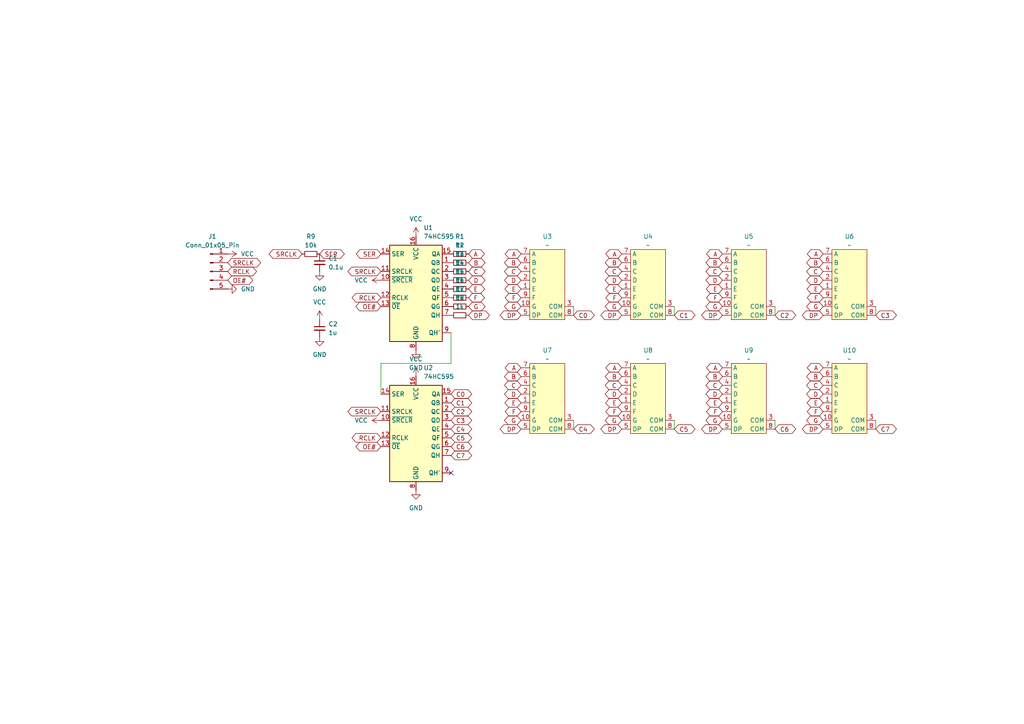
<source format=kicad_sch>
(kicad_sch (version 20231120) (generator "eeschema") (generator_version "8.0")
  (paper "A4")
  (lib_symbols
    (symbol "74xx:74HC595"
      (property "Reference" "U" (at -7.62 13.97 0))
      (property "Value" "74HC595" (at -7.62 -16.51 0))
      (symbol "74HC595_1_0"
        (pin tri_state line (at 10.16 7.62 180) (length 2.54) (name "QB") (number "1"))
        (pin input line (at -10.16 2.54 0) (length 2.54) (name "~{SRCLR}") (number "10"))
        (pin input line (at -10.16 5.08 0) (length 2.54) (name "SRCLK") (number "11"))
        (pin input line (at -10.16 -2.54 0) (length 2.54) (name "RCLK") (number "12"))
        (pin input line (at -10.16 -5.08 0) (length 2.54) (name "~{OE}") (number "13"))
        (pin input line (at -10.16 10.16 0) (length 2.54) (name "SER") (number "14"))
        (pin tri_state line (at 10.16 10.16 180) (length 2.54) (name "QA") (number "15"))
        (pin power_in line (at 0 15.24 270) (length 2.54) (name "VCC") (number "16"))
        (pin tri_state line (at 10.16 5.08 180) (length 2.54) (name "QC") (number "2"))
        (pin tri_state line (at 10.16 2.54 180) (length 2.54) (name "QD") (number "3"))
        (pin tri_state line (at 10.16 0 180) (length 2.54) (name "QE") (number "4"))
        (pin tri_state line (at 10.16 -2.54 180) (length 2.54) (name "QF") (number "5"))
        (pin tri_state line (at 10.16 -5.08 180) (length 2.54) (name "QG") (number "6"))
        (pin tri_state line (at 10.16 -7.62 180) (length 2.54) (name "QH") (number "7"))
        (pin power_in line (at 0 -17.78 90) (length 2.54) (name "GND") (number "8"))
        (pin output line (at 10.16 -12.7 180) (length 2.54) (name "QH'") (number "9"))
      )
      (symbol "74HC595_1_1"
        (rectangle (start -7.62 12.7) (end 7.62 -15.24) (stroke (width 0.254)) (fill (type background)))
      )
    )
    (symbol "Connector:Conn_01x05_Pin" (pin_names (offset 1.016) hide)
      (property "Reference" "J" (at 0 7.62 0))
      (property "Value" "Conn_01x05_Pin" (at 0 -7.62 0))
      (symbol "Conn_01x05_Pin_1_1"
        (polyline (pts (xy 1.27 -5.08) (xy 0.8636 -5.08)) (stroke (width 0.1524)))
        (polyline (pts (xy 1.27 -2.54) (xy 0.8636 -2.54)) (stroke (width 0.1524)))
        (polyline (pts (xy 1.27 0) (xy 0.8636 0)) (stroke (width 0.1524)))
        (polyline (pts (xy 1.27 2.54) (xy 0.8636 2.54)) (stroke (width 0.1524)))
        (polyline (pts (xy 1.27 5.08) (xy 0.8636 5.08)) (stroke (width 0.1524)))
        (rectangle (start 0.8636 -4.953) (end 0 -5.207) (stroke (width 0.1524)) (fill (type outline)))
        (rectangle (start 0.8636 -2.413) (end 0 -2.667) (stroke (width 0.1524)) (fill (type outline)))
        (rectangle (start 0.8636 0.127) (end 0 -0.127) (stroke (width 0.1524)) (fill (type outline)))
        (rectangle (start 0.8636 2.667) (end 0 2.413) (stroke (width 0.1524)) (fill (type outline)))
        (rectangle (start 0.8636 5.207) (end 0 4.953) (stroke (width 0.1524)) (fill (type outline)))
        (pin passive line (at 5.08 5.08 180) (length 3.81) (name "Pin_1") (number "1"))
        (pin passive line (at 5.08 2.54 180) (length 3.81) (name "Pin_2") (number "2"))
        (pin passive line (at 5.08 0 180) (length 3.81) (name "Pin_3") (number "3"))
        (pin passive line (at 5.08 -2.54 180) (length 3.81) (name "Pin_4") (number "4"))
        (pin passive line (at 5.08 -5.08 180) (length 3.81) (name "Pin_5") (number "5"))
      )
    )
    (symbol "Device:C_Small" (pin_numbers hide) (pin_names (offset 0.254) hide)
      (property "Reference" "C" (at 0.254 1.778 0))
      (property "Value" "C_Small" (at 0.254 -2.032 0))
      (symbol "C_Small_0_1"
        (polyline (pts (xy -1.524 -0.508) (xy 1.524 -0.508)) (stroke (width 0.3302)))
        (polyline (pts (xy -1.524 0.508) (xy 1.524 0.508)) (stroke (width 0.3048)))
      )
      (symbol "C_Small_1_1"
        (pin passive line (at 0 2.54 270) (length 2.032) (name "~") (number "1"))
        (pin passive line (at 0 -2.54 90) (length 2.032) (name "~") (number "2"))
      )
    )
    (symbol "Device:R_Small" (pin_numbers hide) (pin_names (offset 0.254) hide)
      (property "Reference" "R" (at 0.762 0.508 0))
      (property "Value" "R_Small" (at 0.762 -1.016 0))
      (symbol "R_Small_0_1"
        (rectangle (start -0.762 1.778) (end 0.762 -1.778) (stroke (width 0.2032)))
      )
      (symbol "R_Small_1_1"
        (pin passive line (at 0 2.54 270) (length 0.762) (name "~") (number "1"))
        (pin passive line (at 0 -2.54 90) (length 0.762) (name "~") (number "2"))
      )
    )
    (symbol "Library:LA-501DD"
      (property "Reference" "U" (at 0 0 0))
      (symbol "LA-501DD_1_1"
        (rectangle (start -5.08 10.16) (end 5.08 -10.16) (fill (type background)))
        (pin power_in line (at -7.62 -1.27 0) (length 2.54) (name "E") (number "1"))
        (pin power_in line (at -7.62 -6.35 0) (length 2.54) (name "G") (number "10"))
        (pin power_in line (at -7.62 1.27 0) (length 2.54) (name "D") (number "2"))
        (pin power_in line (at 7.62 -6.35 180) (length 2.54) (name "COM") (number "3"))
        (pin power_in line (at -7.62 3.81 0) (length 2.54) (name "C") (number "4"))
        (pin power_in line (at -7.62 -8.89 0) (length 2.54) (name "DP") (number "5"))
        (pin power_in line (at -7.62 6.35 0) (length 2.54) (name "B") (number "6"))
        (pin power_in line (at -7.62 8.89 0) (length 2.54) (name "A") (number "7"))
        (pin power_in line (at 7.62 -8.89 180) (length 2.54) (name "COM") (number "8"))
        (pin power_in line (at -7.62 -3.81 0) (length 2.54) (name "F") (number "9"))
      )
    )
    (symbol "power:GND" (power) (pin_numbers hide) (pin_names (offset 0) hide)
      (property "Value" "GND" (at 0 -3.81 0))
      (symbol "GND_0_1"
        (polyline (pts (xy 0 0) (xy 0 -1.27) (xy 1.27 -1.27) (xy 0 -2.54) (xy -1.27 -1.27) (xy 0 -1.27)))
      )
      (symbol "GND_1_1"
        (pin power_in line (at 0 0 270) (length 0) (name "~") (number "1"))
      )
    )
    (symbol "power:VCC" (power) (pin_numbers hide) (pin_names (offset 0) hide)
      (property "Value" "VCC" (at 0 3.556 0))
      (symbol "VCC_0_1"
        (polyline (pts (xy -0.762 1.27) (xy 0 2.54)))
        (polyline (pts (xy 0 0) (xy 0 2.54)))
        (polyline (pts (xy 0 2.54) (xy 0.762 1.27)))
      )
      (symbol "VCC_1_1"
        (pin power_in line (at 0 0 90) (length 0) (name "~") (number "1"))
      )
    )
  )
  (no_connect (at 130.81 137.16))
  (wire (pts (xy 195.58 124.46) (xy 195.58 121.92)))
  (wire (pts (xy 254 91.44) (xy 254 88.9)))
  (wire (pts (xy 195.58 91.44) (xy 195.58 88.9)))
  (wire (pts (xy 254 124.46) (xy 254 121.92)))
  (wire (pts (xy 166.37 124.46) (xy 166.37 121.92)))
  (wire (pts (xy 130.81 105.41) (xy 110.49 105.41)))
  (wire (pts (xy 110.49 105.41) (xy 110.49 114.3)))
  (wire (pts (xy 130.81 96.52) (xy 130.81 105.41)))
  (wire (pts (xy 166.37 91.44) (xy 166.37 88.9)))
  (wire (pts (xy 224.79 91.44) (xy 224.79 88.9)))
  (wire (pts (xy 224.79 124.46) (xy 224.79 121.92)))
  (global_label "C" (shape bidirectional) (at 238.76 78.74 180) (property "Intersheetrefs" "${INTERSHEET_REFS}" (effects (hide yes))))
  (global_label "E" (shape bidirectional) (at 135.89 83.82 0) (property "Intersheetrefs" "${INTERSHEET_REFS}" (effects (hide yes))))
  (global_label "C3" (shape bidirectional) (at 254 91.44 0) (property "Intersheetrefs" "${INTERSHEET_REFS}" (effects (hide yes))))
  (global_label "G" (shape bidirectional) (at 151.13 121.92 180) (property "Intersheetrefs" "${INTERSHEET_REFS}" (effects (hide yes))))
  (global_label "G" (shape bidirectional) (at 180.34 121.92 180) (property "Intersheetrefs" "${INTERSHEET_REFS}" (effects (hide yes))))
  (global_label "C" (shape bidirectional) (at 135.89 78.74 0) (property "Intersheetrefs" "${INTERSHEET_REFS}" (effects (hide yes))))
  (global_label "OE#" (shape bidirectional) (at 110.49 129.54 180) (property "Intersheetrefs" "${INTERSHEET_REFS}" (effects (hide yes))))
  (global_label "DP" (shape bidirectional) (at 135.89 91.44 0) (property "Intersheetrefs" "${INTERSHEET_REFS}" (effects (hide yes))))
  (global_label "DP" (shape bidirectional) (at 151.13 91.44 180) (property "Intersheetrefs" "${INTERSHEET_REFS}" (effects (hide yes))))
  (global_label "C2" (shape bidirectional) (at 130.81 119.38 0) (property "Intersheetrefs" "${INTERSHEET_REFS}" (effects (hide yes))))
  (global_label "G" (shape bidirectional) (at 180.34 88.9 180) (property "Intersheetrefs" "${INTERSHEET_REFS}" (effects (hide yes))))
  (global_label "C1" (shape bidirectional) (at 130.81 116.84 0) (property "Intersheetrefs" "${INTERSHEET_REFS}" (effects (hide yes))))
  (global_label "E" (shape bidirectional) (at 209.55 83.82 180) (property "Intersheetrefs" "${INTERSHEET_REFS}" (effects (hide yes))))
  (global_label "C6" (shape bidirectional) (at 130.81 129.54 0) (property "Intersheetrefs" "${INTERSHEET_REFS}" (effects (hide yes))))
  (global_label "E" (shape bidirectional) (at 151.13 116.84 180) (property "Intersheetrefs" "${INTERSHEET_REFS}" (effects (hide yes))))
  (global_label "C1" (shape bidirectional) (at 195.58 91.44 0) (property "Intersheetrefs" "${INTERSHEET_REFS}" (effects (hide yes))))
  (global_label "DP" (shape bidirectional) (at 238.76 124.46 180) (property "Intersheetrefs" "${INTERSHEET_REFS}" (effects (hide yes))))
  (global_label "SER" (shape bidirectional) (at 110.49 73.66 180) (property "Intersheetrefs" "${INTERSHEET_REFS}" (effects (hide yes))))
  (global_label "SER" (shape bidirectional) (at 92.71 73.66 0) (property "Intersheetrefs" "${INTERSHEET_REFS}" (effects (hide yes))))
  (global_label "RCLK" (shape bidirectional) (at 110.49 127 180) (property "Intersheetrefs" "${INTERSHEET_REFS}" (effects (hide yes))))
  (global_label "C2" (shape bidirectional) (at 224.79 91.44 0) (property "Intersheetrefs" "${INTERSHEET_REFS}" (effects (hide yes))))
  (global_label "B" (shape bidirectional) (at 209.55 109.22 180) (property "Intersheetrefs" "${INTERSHEET_REFS}" (effects (hide yes))))
  (global_label "B" (shape bidirectional) (at 238.76 109.22 180) (property "Intersheetrefs" "${INTERSHEET_REFS}" (effects (hide yes))))
  (global_label "D" (shape bidirectional) (at 151.13 81.28 180) (property "Intersheetrefs" "${INTERSHEET_REFS}" (effects (hide yes))))
  (global_label "C" (shape bidirectional) (at 180.34 111.76 180) (property "Intersheetrefs" "${INTERSHEET_REFS}" (effects (hide yes))))
  (global_label "C5" (shape bidirectional) (at 195.58 124.46 0) (property "Intersheetrefs" "${INTERSHEET_REFS}" (effects (hide yes))))
  (global_label "G" (shape bidirectional) (at 135.89 88.9 0) (property "Intersheetrefs" "${INTERSHEET_REFS}" (effects (hide yes))))
  (global_label "B" (shape bidirectional) (at 209.55 76.2 180) (property "Intersheetrefs" "${INTERSHEET_REFS}" (effects (hide yes))))
  (global_label "G" (shape bidirectional) (at 238.76 88.9 180) (property "Intersheetrefs" "${INTERSHEET_REFS}" (effects (hide yes))))
  (global_label "F" (shape bidirectional) (at 180.34 86.36 180) (property "Intersheetrefs" "${INTERSHEET_REFS}" (effects (hide yes))))
  (global_label "D" (shape bidirectional) (at 180.34 114.3 180) (property "Intersheetrefs" "${INTERSHEET_REFS}" (effects (hide yes))))
  (global_label "D" (shape bidirectional) (at 238.76 114.3 180) (property "Intersheetrefs" "${INTERSHEET_REFS}" (effects (hide yes))))
  (global_label "C" (shape bidirectional) (at 238.76 111.76 180) (property "Intersheetrefs" "${INTERSHEET_REFS}" (effects (hide yes))))
  (global_label "SRCLK" (shape bidirectional) (at 66.04 76.2 0) (property "Intersheetrefs" "${INTERSHEET_REFS}" (effects (hide yes))))
  (global_label "C" (shape bidirectional) (at 180.34 78.74 180) (property "Intersheetrefs" "${INTERSHEET_REFS}" (effects (hide yes))))
  (global_label "A" (shape bidirectional) (at 209.55 106.68 180) (property "Intersheetrefs" "${INTERSHEET_REFS}" (effects (hide yes))))
  (global_label "B" (shape bidirectional) (at 151.13 76.2 180) (property "Intersheetrefs" "${INTERSHEET_REFS}" (effects (hide yes))))
  (global_label "E" (shape bidirectional) (at 238.76 116.84 180) (property "Intersheetrefs" "${INTERSHEET_REFS}" (effects (hide yes))))
  (global_label "OE#" (shape bidirectional) (at 66.04 81.28 0) (property "Intersheetrefs" "${INTERSHEET_REFS}" (effects (hide yes))))
  (global_label "RCLK" (shape bidirectional) (at 110.49 86.36 180) (property "Intersheetrefs" "${INTERSHEET_REFS}" (effects (hide yes))))
  (global_label "D" (shape bidirectional) (at 209.55 81.28 180) (property "Intersheetrefs" "${INTERSHEET_REFS}" (effects (hide yes))))
  (global_label "F" (shape bidirectional) (at 135.89 86.36 0) (property "Intersheetrefs" "${INTERSHEET_REFS}" (effects (hide yes))))
  (global_label "C4" (shape bidirectional) (at 130.81 124.46 0) (property "Intersheetrefs" "${INTERSHEET_REFS}" (effects (hide yes))))
  (global_label "DP" (shape bidirectional) (at 209.55 124.46 180) (property "Intersheetrefs" "${INTERSHEET_REFS}" (effects (hide yes))))
  (global_label "DP" (shape bidirectional) (at 209.55 91.44 180) (property "Intersheetrefs" "${INTERSHEET_REFS}" (effects (hide yes))))
  (global_label "F" (shape bidirectional) (at 209.55 119.38 180) (property "Intersheetrefs" "${INTERSHEET_REFS}" (effects (hide yes))))
  (global_label "A" (shape bidirectional) (at 180.34 73.66 180) (property "Intersheetrefs" "${INTERSHEET_REFS}" (effects (hide yes))))
  (global_label "RCLK" (shape bidirectional) (at 66.04 78.74 0) (property "Intersheetrefs" "${INTERSHEET_REFS}" (effects (hide yes))))
  (global_label "D" (shape bidirectional) (at 151.13 114.3 180) (property "Intersheetrefs" "${INTERSHEET_REFS}" (effects (hide yes))))
  (global_label "SRCLK" (shape bidirectional) (at 87.63 73.66 180) (property "Intersheetrefs" "${INTERSHEET_REFS}" (effects (hide yes))))
  (global_label "B" (shape bidirectional) (at 135.89 76.2 0) (property "Intersheetrefs" "${INTERSHEET_REFS}" (effects (hide yes))))
  (global_label "C" (shape bidirectional) (at 151.13 78.74 180) (property "Intersheetrefs" "${INTERSHEET_REFS}" (effects (hide yes))))
  (global_label "E" (shape bidirectional) (at 238.76 83.82 180) (property "Intersheetrefs" "${INTERSHEET_REFS}" (effects (hide yes))))
  (global_label "C5" (shape bidirectional) (at 130.81 127 0) (property "Intersheetrefs" "${INTERSHEET_REFS}" (effects (hide yes))))
  (global_label "C0" (shape bidirectional) (at 166.37 91.44 0) (property "Intersheetrefs" "${INTERSHEET_REFS}" (effects (hide yes))))
  (global_label "F" (shape bidirectional) (at 209.55 86.36 180) (property "Intersheetrefs" "${INTERSHEET_REFS}" (effects (hide yes))))
  (global_label "E" (shape bidirectional) (at 151.13 83.82 180) (property "Intersheetrefs" "${INTERSHEET_REFS}" (effects (hide yes))))
  (global_label "SRCLK" (shape bidirectional) (at 110.49 78.74 180) (property "Intersheetrefs" "${INTERSHEET_REFS}" (effects (hide yes))))
  (global_label "A" (shape bidirectional) (at 135.89 73.66 0) (property "Intersheetrefs" "${INTERSHEET_REFS}" (effects (hide yes))))
  (global_label "C7" (shape bidirectional) (at 130.81 132.08 0) (property "Intersheetrefs" "${INTERSHEET_REFS}" (effects (hide yes))))
  (global_label "A" (shape bidirectional) (at 151.13 73.66 180) (property "Intersheetrefs" "${INTERSHEET_REFS}" (effects (hide yes))))
  (global_label "C" (shape bidirectional) (at 209.55 111.76 180) (property "Intersheetrefs" "${INTERSHEET_REFS}" (effects (hide yes))))
  (global_label "D" (shape bidirectional) (at 135.89 81.28 0) (property "Intersheetrefs" "${INTERSHEET_REFS}" (effects (hide yes))))
  (global_label "F" (shape bidirectional) (at 180.34 119.38 180) (property "Intersheetrefs" "${INTERSHEET_REFS}" (effects (hide yes))))
  (global_label "A" (shape bidirectional) (at 238.76 73.66 180) (property "Intersheetrefs" "${INTERSHEET_REFS}" (effects (hide yes))))
  (global_label "D" (shape bidirectional) (at 180.34 81.28 180) (property "Intersheetrefs" "${INTERSHEET_REFS}" (effects (hide yes))))
  (global_label "C6" (shape bidirectional) (at 224.79 124.46 0) (property "Intersheetrefs" "${INTERSHEET_REFS}" (effects (hide yes))))
  (global_label "E" (shape bidirectional) (at 209.55 116.84 180) (property "Intersheetrefs" "${INTERSHEET_REFS}" (effects (hide yes))))
  (global_label "DP" (shape bidirectional) (at 180.34 91.44 180) (property "Intersheetrefs" "${INTERSHEET_REFS}" (effects (hide yes))))
  (global_label "A" (shape bidirectional) (at 180.34 106.68 180) (property "Intersheetrefs" "${INTERSHEET_REFS}" (effects (hide yes))))
  (global_label "DP" (shape bidirectional) (at 238.76 91.44 180) (property "Intersheetrefs" "${INTERSHEET_REFS}" (effects (hide yes))))
  (global_label "D" (shape bidirectional) (at 209.55 114.3 180) (property "Intersheetrefs" "${INTERSHEET_REFS}" (effects (hide yes))))
  (global_label "B" (shape bidirectional) (at 180.34 76.2 180) (property "Intersheetrefs" "${INTERSHEET_REFS}" (effects (hide yes))))
  (global_label "C4" (shape bidirectional) (at 166.37 124.46 0) (property "Intersheetrefs" "${INTERSHEET_REFS}" (effects (hide yes))))
  (global_label "E" (shape bidirectional) (at 180.34 116.84 180) (property "Intersheetrefs" "${INTERSHEET_REFS}" (effects (hide yes))))
  (global_label "OE#" (shape bidirectional) (at 110.49 88.9 180) (property "Intersheetrefs" "${INTERSHEET_REFS}" (effects (hide yes))))
  (global_label "G" (shape bidirectional) (at 209.55 121.92 180) (property "Intersheetrefs" "${INTERSHEET_REFS}" (effects (hide yes))))
  (global_label "E" (shape bidirectional) (at 180.34 83.82 180) (property "Intersheetrefs" "${INTERSHEET_REFS}" (effects (hide yes))))
  (global_label "B" (shape bidirectional) (at 151.13 109.22 180) (property "Intersheetrefs" "${INTERSHEET_REFS}" (effects (hide yes))))
  (global_label "A" (shape bidirectional) (at 209.55 73.66 180) (property "Intersheetrefs" "${INTERSHEET_REFS}" (effects (hide yes))))
  (global_label "G" (shape bidirectional) (at 238.76 121.92 180) (property "Intersheetrefs" "${INTERSHEET_REFS}" (effects (hide yes))))
  (global_label "DP" (shape bidirectional) (at 180.34 124.46 180) (property "Intersheetrefs" "${INTERSHEET_REFS}" (effects (hide yes))))
  (global_label "B" (shape bidirectional) (at 180.34 109.22 180) (property "Intersheetrefs" "${INTERSHEET_REFS}" (effects (hide yes))))
  (global_label "SRCLK" (shape bidirectional) (at 110.49 119.38 180) (property "Intersheetrefs" "${INTERSHEET_REFS}" (effects (hide yes))))
  (global_label "G" (shape bidirectional) (at 151.13 88.9 180) (property "Intersheetrefs" "${INTERSHEET_REFS}" (effects (hide yes))))
  (global_label "C3" (shape bidirectional) (at 130.81 121.92 0) (property "Intersheetrefs" "${INTERSHEET_REFS}" (effects (hide yes))))
  (global_label "B" (shape bidirectional) (at 238.76 76.2 180) (property "Intersheetrefs" "${INTERSHEET_REFS}" (effects (hide yes))))
  (global_label "C" (shape bidirectional) (at 151.13 111.76 180) (property "Intersheetrefs" "${INTERSHEET_REFS}" (effects (hide yes))))
  (global_label "C7" (shape bidirectional) (at 254 124.46 0) (property "Intersheetrefs" "${INTERSHEET_REFS}" (effects (hide yes))))
  (global_label "G" (shape bidirectional) (at 209.55 88.9 180) (property "Intersheetrefs" "${INTERSHEET_REFS}" (effects (hide yes))))
  (global_label "A" (shape bidirectional) (at 151.13 106.68 180) (property "Intersheetrefs" "${INTERSHEET_REFS}" (effects (hide yes))))
  (global_label "C0" (shape bidirectional) (at 130.81 114.3 0) (property "Intersheetrefs" "${INTERSHEET_REFS}" (effects (hide yes))))
  (global_label "C" (shape bidirectional) (at 209.55 78.74 180) (property "Intersheetrefs" "${INTERSHEET_REFS}" (effects (hide yes))))
  (global_label "F" (shape bidirectional) (at 151.13 119.38 180) (property "Intersheetrefs" "${INTERSHEET_REFS}" (effects (hide yes))))
  (global_label "D" (shape bidirectional) (at 238.76 81.28 180) (property "Intersheetrefs" "${INTERSHEET_REFS}" (effects (hide yes))))
  (global_label "F" (shape bidirectional) (at 151.13 86.36 180) (property "Intersheetrefs" "${INTERSHEET_REFS}" (effects (hide yes))))
  (global_label "F" (shape bidirectional) (at 238.76 119.38 180) (property "Intersheetrefs" "${INTERSHEET_REFS}" (effects (hide yes))))
  (global_label "DP" (shape bidirectional) (at 151.13 124.46 180) (property "Intersheetrefs" "${INTERSHEET_REFS}" (effects (hide yes))))
  (global_label "A" (shape bidirectional) (at 238.76 106.68 180) (property "Intersheetrefs" "${INTERSHEET_REFS}" (effects (hide yes))))
  (global_label "F" (shape bidirectional) (at 238.76 86.36 180) (property "Intersheetrefs" "${INTERSHEET_REFS}" (effects (hide yes))))
  (symbol (lib_id "Device:R_Small") (at 133.35 73.66 90) (unit 1)
    (property "Reference" "R1" (at 133.35 68.58 90))
    (property "Value" "1k" (at 133.35 71.12 90))
    (property "Footprint" "Resistor_SMD:R_0603_1608Metric" (effects (hide yes)))
    (property "Description" "Resistor, small symbol" (effects (hide yes)))
  )
  (symbol (lib_id "Device:R_Small") (at 133.35 88.9 90) (unit 1)
    (property "Reference" "R7" (at 133.35 83.82 90))
    (property "Value" "1k" (at 133.35 86.36 90))
    (property "Footprint" "Resistor_SMD:R_0603_1608Metric" (effects (hide yes)))
    (property "Description" "Resistor, small symbol" (effects (hide yes)))
  )
  (symbol (lib_id "Device:C_Small") (at 92.71 76.2 0) (unit 1)
    (property "Reference" "C1" (at 95.25 74.9362 0) (effects (justify left)))
    (property "Value" "0.1u" (at 95.25 77.4762 0) (effects (justify left)))
    (property "Footprint" "Capacitor_SMD:C_0603_1608Metric" (effects (hide yes)))
    (property "Description" "Unpolarized capacitor, small symbol" (effects (hide yes)))
  )
  (symbol (lib_id "Device:R_Small") (at 133.35 81.28 90) (unit 1)
    (property "Reference" "R4" (at 133.35 76.2 90))
    (property "Value" "1k" (at 133.35 78.74 90))
    (property "Footprint" "Resistor_SMD:R_0603_1608Metric" (effects (hide yes)))
    (property "Description" "Resistor, small symbol" (effects (hide yes)))
  )
  (symbol (lib_id "Device:R_Small") (at 133.35 76.2 90) (unit 1)
    (property "Reference" "R2" (at 133.35 71.12 90))
    (property "Value" "1k" (at 133.35 73.66 90))
    (property "Footprint" "Resistor_SMD:R_0603_1608Metric" (effects (hide yes)))
    (property "Description" "Resistor, small symbol" (effects (hide yes)))
  )
  (symbol (lib_id "74xx:74HC595") (at 120.65 83.82 0) (unit 1)
    (property "Reference" "U1" (at 122.8441 66.04 0) (effects (justify left)))
    (property "Value" "74HC595" (at 122.8441 68.58 0) (effects (justify left)))
    (property "Footprint" "Package_SO:SOP-16_4.55x10.3mm_P1.27mm" (effects (hide yes)))
    (property "Datasheet" "http://www.ti.com/lit/ds/symlink/sn74hc595.pdf" (effects (hide yes)))
    (property "Description" "8-bit serial in/out Shift Register 3-State Outputs" (effects (hide yes)))
  )
  (symbol (lib_id "power:VCC") (at 92.71 92.71 0) (unit 1)
    (property "Reference" "#PWR010" (effects (hide yes)))
    (property "Value" "VCC" (at 92.71 87.63 0))
    (property "Description" "Power symbol creates a global label with name \"VCC\"" (effects (hide yes)))
  )
  (symbol (lib_id "power:GND") (at 120.65 101.6 0) (unit 1)
    (property "Reference" "#PWR01" (effects (hide yes)))
    (property "Value" "GND" (at 120.65 106.68 0))
    (property "Description" "Power symbol creates a global label with name \"GND\" , ground" (effects (hide yes)))
  )
  (symbol (lib_id "Library:LA-501DD") (at 246.38 82.55 0) (unit 1)
    (property "Reference" "U6" (at 246.38 68.58 0))
    (property "Value" "~" (at 246.38 71.12 0))
    (property "Footprint" "Library:LA-501DD" (effects (hide yes)))
  )
  (symbol (lib_id "Device:C_Small") (at 92.71 95.25 0) (unit 1)
    (property "Reference" "C2" (at 95.25 93.9862 0) (effects (justify left)))
    (property "Value" "1u" (at 95.25 96.5262 0) (effects (justify left)))
    (property "Footprint" "Capacitor_SMD:C_0603_1608Metric" (effects (hide yes)))
    (property "Description" "Unpolarized capacitor, small symbol" (effects (hide yes)))
  )
  (symbol (lib_id "Library:LA-501DD") (at 158.75 82.55 0) (unit 1)
    (property "Reference" "U3" (at 158.75 68.58 0))
    (property "Value" "~" (at 158.75 71.12 0))
    (property "Footprint" "Library:LA-501DD" (effects (hide yes)))
  )
  (symbol (lib_id "Device:R_Small") (at 133.35 86.36 90) (unit 1)
    (property "Reference" "R6" (at 133.35 81.28 90))
    (property "Value" "1k" (at 133.35 83.82 90))
    (property "Footprint" "Resistor_SMD:R_0603_1608Metric" (effects (hide yes)))
    (property "Description" "Resistor, small symbol" (effects (hide yes)))
  )
  (symbol (lib_id "Connector:Conn_01x05_Pin") (at 60.96 78.74 0) (unit 1)
    (property "Reference" "J1" (at 61.595 68.58 0))
    (property "Value" "Conn_01x05_Pin" (at 61.595 71.12 0))
    (property "Footprint" "Connector_PinHeader_2.54mm:PinHeader_1x05_P2.54mm_Vertical" (effects (hide yes)))
    (property "Description" "Generic connector, single row, 01x05, script generated" (effects (hide yes)))
  )
  (symbol (lib_id "Device:R_Small") (at 133.35 83.82 90) (unit 1)
    (property "Reference" "R5" (at 133.35 78.74 90))
    (property "Value" "1k" (at 133.35 81.28 90))
    (property "Footprint" "Resistor_SMD:R_0603_1608Metric" (effects (hide yes)))
    (property "Description" "Resistor, small symbol" (effects (hide yes)))
  )
  (symbol (lib_id "power:GND") (at 92.71 97.79 0) (unit 1)
    (property "Reference" "#PWR09" (effects (hide yes)))
    (property "Value" "GND" (at 92.71 102.87 0))
    (property "Description" "Power symbol creates a global label with name \"GND\" , ground" (effects (hide yes)))
  )
  (symbol (lib_id "power:GND") (at 66.04 83.82 90) (unit 1)
    (property "Reference" "#PWR011" (effects (hide yes)))
    (property "Value" "GND" (at 69.85 83.8199 90) (effects (justify right)))
    (property "Description" "Power symbol creates a global label with name \"GND\" , ground" (effects (hide yes)))
  )
  (symbol (lib_id "power:VCC") (at 66.04 73.66 270) (unit 1)
    (property "Reference" "#PWR07" (effects (hide yes)))
    (property "Value" "VCC" (at 69.85 73.6599 90) (effects (justify left)))
    (property "Description" "Power symbol creates a global label with name \"VCC\"" (effects (hide yes)))
  )
  (symbol (lib_id "Library:LA-501DD") (at 187.96 82.55 0) (unit 1)
    (property "Reference" "U4" (at 187.96 68.58 0))
    (property "Value" "~" (at 187.96 71.12 0))
    (property "Footprint" "Library:LA-501DD" (effects (hide yes)))
  )
  (symbol (lib_id "Device:R_Small") (at 133.35 78.74 90) (unit 1)
    (property "Reference" "R3" (at 133.35 73.66 90))
    (property "Value" "1k" (at 133.35 76.2 90))
    (property "Footprint" "Resistor_SMD:R_0603_1608Metric" (effects (hide yes)))
    (property "Description" "Resistor, small symbol" (effects (hide yes)))
  )
  (symbol (lib_id "Library:LA-501DD") (at 158.75 115.57 0) (unit 1)
    (property "Reference" "U7" (at 158.75 101.6 0))
    (property "Value" "~" (at 158.75 104.14 0))
    (property "Footprint" "Library:LA-501DD" (effects (hide yes)))
  )
  (symbol (lib_id "power:GND") (at 92.71 78.74 0) (unit 1)
    (property "Reference" "#PWR08" (effects (hide yes)))
    (property "Value" "GND" (at 92.71 83.82 0))
    (property "Description" "Power symbol creates a global label with name \"GND\" , ground" (effects (hide yes)))
  )
  (symbol (lib_id "power:VCC") (at 110.49 121.92 90) (unit 1)
    (property "Reference" "#PWR06" (effects (hide yes)))
    (property "Value" "VCC" (at 106.68 121.9199 90) (effects (justify left)))
    (property "Description" "Power symbol creates a global label with name \"VCC\"" (effects (hide yes)))
  )
  (symbol (lib_id "Device:R_Small") (at 133.35 91.44 90) (unit 1)
    (property "Reference" "R8" (at 133.35 86.36 90))
    (property "Value" "1k" (at 133.35 88.9 90))
    (property "Footprint" "Resistor_SMD:R_0603_1608Metric" (effects (hide yes)))
    (property "Description" "Resistor, small symbol" (effects (hide yes)))
  )
  (symbol (lib_id "power:VCC") (at 120.65 68.58 0) (unit 1)
    (property "Reference" "#PWR04" (effects (hide yes)))
    (property "Value" "VCC" (at 120.65 63.5 0))
    (property "Description" "Power symbol creates a global label with name \"VCC\"" (effects (hide yes)))
  )
  (symbol (lib_id "Library:LA-501DD") (at 217.17 82.55 0) (unit 1)
    (property "Reference" "U5" (at 217.17 68.58 0))
    (property "Value" "~" (at 217.17 71.12 0))
    (property "Footprint" "Library:LA-501DD" (effects (hide yes)))
  )
  (symbol (lib_id "74xx:74HC595") (at 120.65 124.46 0) (unit 1)
    (property "Reference" "U2" (at 122.8441 106.68 0) (effects (justify left)))
    (property "Value" "74HC595" (at 122.8441 109.22 0) (effects (justify left)))
    (property "Footprint" "Package_SO:SOP-16_4.55x10.3mm_P1.27mm" (effects (hide yes)))
    (property "Datasheet" "http://www.ti.com/lit/ds/symlink/sn74hc595.pdf" (effects (hide yes)))
    (property "Description" "8-bit serial in/out Shift Register 3-State Outputs" (effects (hide yes)))
  )
  (symbol (lib_id "power:VCC") (at 110.49 81.28 90) (unit 1)
    (property "Reference" "#PWR05" (effects (hide yes)))
    (property "Value" "VCC" (at 106.68 81.2799 90) (effects (justify left)))
    (property "Description" "Power symbol creates a global label with name \"VCC\"" (effects (hide yes)))
  )
  (symbol (lib_id "Library:LA-501DD") (at 217.17 115.57 0) (unit 1)
    (property "Reference" "U9" (at 217.17 101.6 0))
    (property "Value" "~" (at 217.17 104.14 0))
    (property "Footprint" "Library:LA-501DD" (effects (hide yes)))
  )
  (symbol (lib_id "power:GND") (at 120.65 142.24 0) (unit 1)
    (property "Reference" "#PWR02" (effects (hide yes)))
    (property "Value" "GND" (at 120.65 147.32 0))
    (property "Description" "Power symbol creates a global label with name \"GND\" , ground" (effects (hide yes)))
  )
  (symbol (lib_id "Device:R_Small") (at 90.17 73.66 270) (unit 1)
    (property "Reference" "R9" (at 90.17 68.58 90))
    (property "Value" "10k" (at 90.17 71.12 90))
    (property "Footprint" "Resistor_SMD:R_0603_1608Metric" (effects (hide yes)))
    (property "Description" "Resistor, small symbol" (effects (hide yes)))
  )
  (symbol (lib_id "Library:LA-501DD") (at 187.96 115.57 0) (unit 1)
    (property "Reference" "U8" (at 187.96 101.6 0))
    (property "Value" "~" (at 187.96 104.14 0))
    (property "Footprint" "Library:LA-501DD" (effects (hide yes)))
  )
  (symbol (lib_id "power:VCC") (at 120.65 109.22 0) (unit 1)
    (property "Reference" "#PWR03" (effects (hide yes)))
    (property "Value" "VCC" (at 120.65 104.14 0))
    (property "Description" "Power symbol creates a global label with name \"VCC\"" (effects (hide yes)))
  )
  (symbol (lib_id "Library:LA-501DD") (at 246.38 115.57 0) (unit 1)
    (property "Reference" "U10" (at 246.38 101.6 0))
    (property "Value" "~" (at 246.38 104.14 0))
    (property "Footprint" "Library:LA-501DD" (effects (hide yes)))
  )
)
</source>
